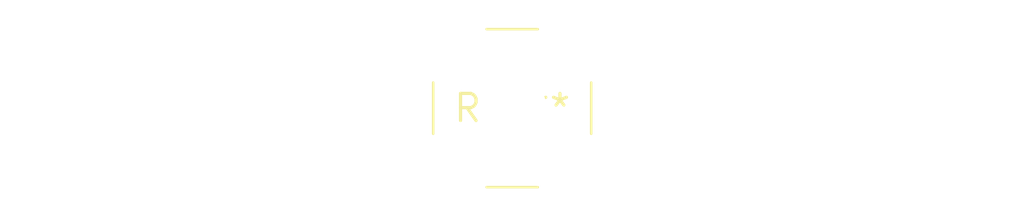
<source format=kicad_pcb>
(kicad_pcb (version 20240108) (generator pcbnew)
  (layers (0 "F.Cu" signal) (31 "B.Cu" signal) (34 "B.Paste" user) (35 "F.Paste" user) (36 "B.SilkS" user "B.Silkscreen") (37 "F.SilkS" user "F.Silkscreen") (38 "B.Mask" user) (39 "F.Mask" user) (44 "Edge.Cuts" user))
  (net 0 "")
  (footprint "Wuerth_REDCUBE-THR_WP-THRBU_74650073_THR" (layer "F.Cu") (at 0 0)
    (property "Reference" "REF**")
    (property "Value" "Wuerth_REDCUBE-THR_WP-THRBU_74650073_THR")
    (fp_line (start -3.7 1.2) (end -3.7 -1.2) (layer "F.SilkS") (stroke (width 0.12)))
    (fp_line (start -1.2 -3.7) (end 1.2 -3.7) (layer "F.SilkS") (stroke (width 0.12)))
    (fp_line (start 1.2 3.7) (end -1.2 3.7) (layer "F.SilkS") (stroke (width 0.12)))
    (fp_line (start 3.7 -1.2) (end 3.7 1.2) (layer "F.SilkS") (stroke (width 0.12)))
    (pad "" np_thru_hole circle (at 0 0) (size 3.2 3.2) (drill 3.2) (layers *.Cu *.Mask))
    (pad "1" thru_hole circle (at -2.935 -2.935) (size 3.2 3.2) (drill 1.85) (layers *.Cu *.Mask) (remove_unused_layers))
    (pad "1" thru_hole circle (at -2.935 2.935) (size 3.2 3.2) (drill 1.85) (layers *.Cu *.Mask) (remove_unused_layers))
    (pad "1" thru_hole circle (at 2.935 -2.935) (size 3.2 3.2) (drill 1.85) (layers *.Cu *.Mask) (remove_unused_layers))
    (pad "1" thru_hole circle (at 2.935 2.935) (size 3.2 3.2) (drill 1.85) (layers *.Cu *.Mask) (remove_unused_layers))
  )
)
</source>
